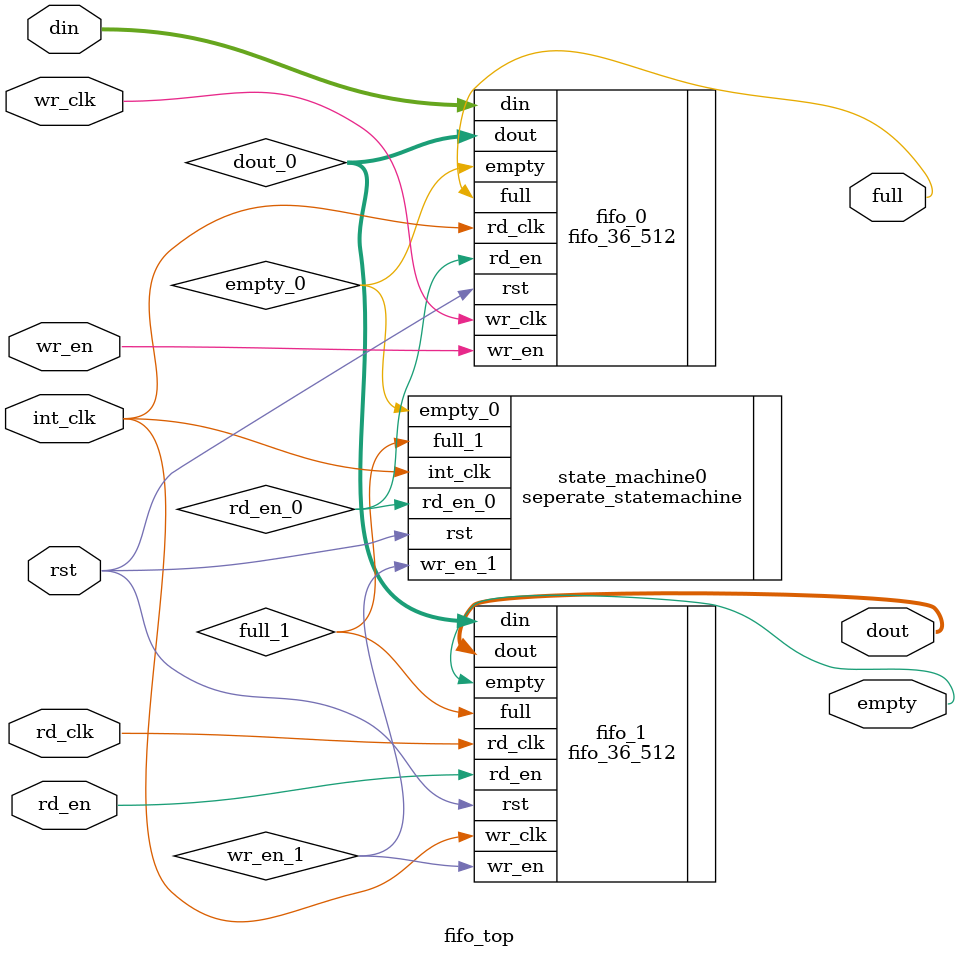
<source format=v>
`timescale 1ns / 1ps


module fifo_top(
    input rst,
    input wr_clk,
    input wr_en,
    input int_clk,
    input rd_clk,
    input rd_en,
    input [35:0] din,
    output [35:0] dout,
    output full,
    output empty
    );
 wire rd_en_0,wr_en_1; //this is control signal of fifo_fwft's rd_en and fifo_standard's wr_en.
 wire [35:0] dout_0;
 wire empty_0;
 wire full_1;
// wire int_clk_n;
     
 fifo_36_512 fifo_0(
    .rst(rst),
    .wr_clk(wr_clk),
    .rd_clk(int_clk),
    .din(din),
    .wr_en(wr_en),
    .rd_en(rd_en_0),
    .dout(dout_0),
    .full(full),
    .empty(empty_0)
    );  
    
  seperate_statemachine state_machine0(
    .int_clk(int_clk),
    .rst(rst),
    .full_1(full_1),
    .empty_0(empty_0),
    .rd_en_0(rd_en_0),
    .wr_en_1(wr_en_1)
    );  

//assign int_clk_n=~int_clk;    
  fifo_36_512 fifo_1(
    .rst(rst),
    .wr_clk(int_clk),
    .rd_clk(rd_clk),
    .wr_en(wr_en_1),
    .rd_en(rd_en),
    .din(dout_0),
    .dout(dout),
    .empty(empty),
    .full(full_1)
    );
endmodule

</source>
